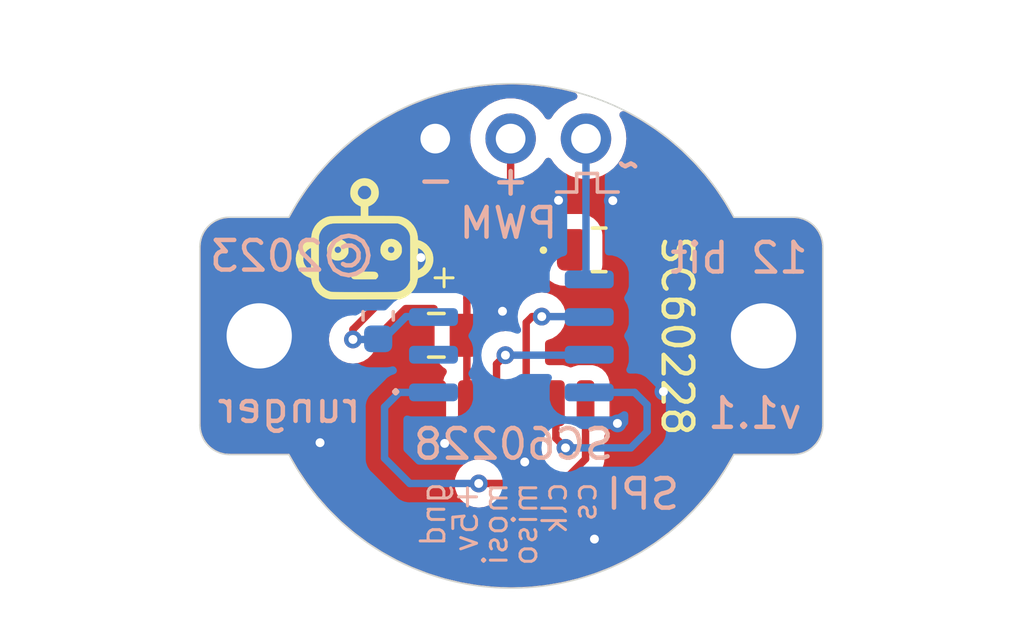
<source format=kicad_pcb>
(kicad_pcb (version 20221018) (generator pcbnew)
  (layers (0 "F.Cu" signal) (31 "B.Cu" signal) (34 "B.Paste" user) (35 "F.Paste" user) (36 "B.SilkS" user "B.Silkscreen") (37 "F.SilkS" user "F.Silkscreen") (38 "B.Mask" user) (39 "F.Mask" user) (44 "Edge.Cuts" user))
  (net 0 "")
  (net 1 "GND")
  (net 2 "VCC")
  (net 3 "/nCS")
  (net 4 "/SCK")
  (net 5 "/MISO")
  (net 6 "/MOSI")
  (net 7 "/PWM")
  (net 8 "Net-(D1-K)")
  (footprint "MountingHole:MountingHole_2.2mm_M2_ISO7380_Pad" (layer "F.Cu") (at 121 75)
    (fp_text reference "H1")
    (fp_text value "MountingHole_Pad")
    (pad "1" thru_hole circle (at 0 0) (size 3.5 3.5) (drill 2.2) (layers "*.Cu" "*.Mask") (net 1 "GND"))
  )
  (footprint "Connector_JST:JST_SH_SM06B-SRSS-TB_1x06-1MP_P1.00mm_Horizontal" (layer "F.Cu") (at 129.5 79.27)
    (fp_text reference "J1")
    (fp_text value "Conn_01x06_MountingPin")
    (pad "1" smd roundrect locked (at -2.5 -2) (size 0.6 1.55) (layers "F.Cu" "F.Paste" "F.Mask") (net 1 "GND"))
    (pad "2" smd roundrect locked (at -1.5 -2) (size 0.6 1.55) (layers "F.Cu" "F.Paste" "F.Mask") (net 2 "VCC"))
    (pad "3" smd roundrect locked (at -0.5 -2) (size 0.6 1.55) (layers "F.Cu" "F.Paste" "F.Mask") (net 6 "/MOSI"))
    (pad "4" smd roundrect locked (at 0.5 -2) (size 0.6 1.55) (layers "F.Cu" "F.Paste" "F.Mask") (net 5 "/MISO"))
    (pad "5" smd roundrect locked (at 1.5 -2) (size 0.6 1.55) (layers "F.Cu" "F.Paste" "F.Mask") (net 4 "/SCK"))
    (pad "6" smd roundrect locked (at 2.5 -2) (size 0.6 1.55) (layers "F.Cu" "F.Paste" "F.Mask") (net 3 "/nCS"))
    (pad "MP" smd roundrect locked (at -3.8 1.875) (size 1.2 1.8) (layers "F.Cu" "F.Paste" "F.Mask") (roundrect_rratio 0.2083333333) (net 1 "GND"))
    (pad "MP" smd roundrect locked (at 3.8 1.875) (size 1.2 1.8) (layers "F.Cu" "F.Paste" "F.Mask") (roundrect_rratio 0.2083333333) (net 1 "GND"))
  )
  (footprint "Resistor_SMD:R_0805_2012Metric" (layer "F.Cu") (at 132.46 72.1)
    (fp_text reference "R1" hide)
    (fp_text value "2k2")
    (fp_line (start -0.227064 -0.735) (end 0.227064 -0.735) (stroke (width 0.12)) (layer "F.SilkS"))
    (fp_line (start -0.227064 0.735) (end 0.227064 0.735) (stroke (width 0.12)) (layer "F.SilkS"))
    (pad "1" smd roundrect (at -0.9125 0) (size 1.025 1.4) (layers "F.Cu" "F.Paste" "F.Mask") (roundrect_rratio 0.243902) (net 8 "Net-(D1-K)"))
    (pad "2" smd roundrect (at 0.9125 0) (size 1.025 1.4) (layers "F.Cu" "F.Paste" "F.Mask") (roundrect_rratio 0.243902) (net 1 "GND"))
  )
  (footprint "LED_SMD:LED_0805_2012Metric" (layer "F.Cu") (at 128.86 72.13 180)
    (fp_text reference "D1" hide)
    (fp_text value "green")
    (pad "1" smd roundrect (at -0.9375 0 180) (size 0.975 1.4) (layers "F.Cu" "F.Paste" "F.Mask") (net 8 "Net-(D1-K)"))
    (pad "2" smd roundrect (at 0.9375 0 180) (size 0.975 1.4) (layers "F.Cu" "F.Paste" "F.Mask") (net 2 "VCC"))
  )
  (footprint "Capacitor_SMD:C_0805_2012Metric" (layer "F.Cu") (at 126.97 74.98)
    (fp_text reference "C1" hide)
    (fp_text value "10uF 10V")
    (fp_line (start -0.261252 -0.735) (end 0.261252 -0.735) (stroke (width 0.12)) (layer "F.SilkS"))
    (fp_line (start -0.261252 0.735) (end 0.261252 0.735) (stroke (width 0.12)) (layer "F.SilkS"))
    (pad "1" smd roundrect (at -0.95 0) (size 1 1.45) (layers "F.Cu" "F.Paste" "F.Mask") (net 1 "GND"))
    (pad "2" smd roundrect (at 0.95 0) (size 1 1.45) (layers "F.Cu" "F.Paste" "F.Mask") (net 2 "VCC"))
  )
  (footprint "MountingHole:MountingHole_2.2mm_M2_ISO7380_Pad" (layer "F.Cu") (at 138 75)
    (fp_text reference "H2")
    (fp_text value "MountingHole_Pad")
    (pad "1" thru_hole circle (at 0 0) (size 3.5 3.5) (drill 2.2) (layers "*.Cu" "*.Mask") (net 1 "GND"))
  )
  (footprint "PCM_kikit:Tab" (layer "F.Cu") (at 140.44 74.97 180)
    (fp_text reference "REF**" hide)
    (fp_text value "Tab")
  )
  (footprint "Connector_PinHeader_2.54mm:PinHeader_1x03_P2.54mm_Vertical" (layer "F.Cu") (at 126.935 68.35 90)
    (fp_text reference "J2")
    (fp_text value "Conn_01x03")
    (pad "1" thru_hole rect (at 0 0 90) (size 1.7 1.7) (drill 1) (layers "*.Cu" "*.Mask") (net 1 "GND"))
    (pad "2" thru_hole oval (at 0 2.54 90) (size 1.7 1.7) (drill 1) (layers "*.Cu" "*.Mask") (net 2 "VCC"))
    (pad "3" thru_hole oval (at 0 5.08 90) (size 1.7 1.7) (drill 1) (layers "*.Cu" "*.Mask") (net 7 "/PWM"))
  )
  (footprint "PCM_kikit:Tab" (layer "F.Cu") (at 118.61 74.97)
    (fp_text reference "REF**" hide)
    (fp_text value "Tab")
  )
  (footprint "runger:Robo_logo2" (layer "F.Cu") (at 124.55 71.73)
    (fp_text reference "L1" hide)
    (fp_text value "Robo_Logo" hide)
    (fp_poly (pts (xy 0.109648 1.108074) (xy 0.181977 1.108995) (xy 0.246828 1.110394) (xy 0.301111 1.112273) (xy 0.34174 1.11463) (xy 0.365625 1.117466) (xy 0.367646 1.117953) (xy 0.411414 1.139753) (xy 0.441917 1.175255) (xy 0.456393 1.220837) (xy 0.4572 1.235368) (xy 0.454299 1.267576) (xy 0.442839 1.293313) (xy 0.42243 1.318409) (xy 0.38766 1.35636) (xy 0.01349 1.358862) (xy -0.086109 1.359423) (xy -0.167411 1.359599) (xy -0.232438 1.359326) (xy -0.283212 1.35854) (xy -0.321753 1.357174) (xy -0.350083 1.355164) (xy -0.370224 1.352446) (xy -0.384195 1.348955) (xy -0.391682 1.34587) (xy -0.427256 1.31781) (xy -0.449564 1.279059) (xy -0.457458 1.23505) (xy -0.449786 1.191222) (xy -0.431147 1.159316) (xy -0.403631 1.135638) (xy -0.3711 1.119007) (xy -0.367647 1.117953) (xy -0.34666 1.115042) (xy -0.308447 1.11261) (xy -0.256096 1.110656) (xy -0.192694 1.109182) (xy -0.121331 1.108186) (xy -0.045094 1.10767) (xy 0.032928 1.107633) (xy 0.109648 1.108074)) (stroke (width 0.01)) (fill solid) (layer "F.SilkS"))
    (fp_poly (pts (xy 0.986438 0.014923) (xy 1.060362 0.044017) (xy 1.127592 0.088719) (xy 1.161498 0.120766) (xy 1.203048 0.170304) (xy 1.230682 0.217184) (xy 1.246804 0.267721) (xy 1.253812 0.328229) (xy 1.254653 0.36576) (xy 1.253911 0.414946) (xy 1.250751 0.450757) (xy 1.243964 0.480101) (xy 1.232341 0.509888) (xy 1.22763 0.520156) (xy 1.185181 0.58825) (xy 1.127574 0.647261) (xy 1.059504 0.692457) (xy 1.054096 0.695163) (xy 0.994477 0.716172) (xy 0.926104 0.727373) (xy 0.857164 0.728111) (xy 0.795845 0.717726) (xy 0.79116 0.716282) (xy 0.717714 0.682449) (xy 0.651949 0.632363) (xy 0.597684 0.569722) (xy 0.558734 0.498223) (xy 0.55447 0.487022) (xy 0.541188 0.427663) (xy 0.538719 0.364108) (xy 0.7874 0.364108) (xy 0.790132 0.400703) (xy 0.800213 0.426279) (xy 0.81224 0.441364) (xy 0.849739 0.468228) (xy 0.893251 0.479195) (xy 0.93707 0.473905) (xy 0.975492 0.451998) (xy 0.975831 0.451693) (xy 1.001822 0.416117) (xy 1.012073 0.374572) (xy 1.007006 0.33252) (xy 0.987043 0.295425) (xy 0.962106 0.273872) (xy 0.915745 0.255793) (xy 0.870018 0.257052) (xy 0.828082 0.277431) (xy 0.82058 0.283646) (xy 0.800035 0.304795) (xy 0.79026 0.325783) (xy 0.787457 0.355817) (xy 0.7874 0.364108) (xy 0.538719 0.364108) (xy 0.53853 0.359264) (xy 0.545973 0.289777) (xy 0.562998 0.227152) (xy 0.572955 0.204665) (xy 0.620513 0.133516) (xy 0.682451 0.076017) (xy 0.756986 0.033504) (xy 0.834304 0.008956) (xy 0.90977 0.002786) (xy 0.986438 0.014923)) (stroke (width 0.01)) (fill solid) (layer "F.SilkS"))
    (fp_poly (pts (xy -0.852964 0.006741) (xy -0.817725 0.011646) (xy -0.784163 0.022321) (xy -0.750304 0.037274) (xy -0.673759 0.083754) (xy -0.612127 0.14399) (xy -0.571847 0.205393) (xy -0.558897 0.231799) (xy -0.55062 0.255572) (xy -0.54599 0.282534) (xy -0.54398 0.318509) (xy -0.54356 0.36576) (xy -0.54392 0.414476) (xy -0.545819 0.448904) (xy -0.550486 0.475073) (xy -0.559149 0.499011) (xy -0.573038 0.526749) (xy -0.578408 0.536712) (xy -0.627833 0.608228) (xy -0.689348 0.664085) (xy -0.761289 0.703224) (xy -0.841998 0.724585) (xy -0.878285 0.728009) (xy -0.922977 0.727777) (xy -0.96726 0.723815) (xy -0.996902 0.718102) (xy -1.071873 0.6867) (xy -1.138466 0.638469) (xy -1.193765 0.576147) (xy -1.234861 0.502475) (xy -1.240146 0.489229) (xy -1.254921 0.428174) (xy -1.257529 0.379922) (xy -1.011775 0.379922) (xy -1.000461 0.419396) (xy -0.976344 0.450614) (xy -0.942976 0.471496) (xy -0.903905 0.479966) (xy -0.862681 0.473947) (xy -0.822855 0.45136) (xy -0.816409 0.445657) (xy -0.792327 0.410916) (xy -0.784475 0.37133) (xy -0.79105 0.331419) (xy -0.810248 0.295701) (xy -0.840265 0.268694) (xy -0.879298 0.254916) (xy -0.892911 0.254037) (xy -0.940383 0.262888) (xy -0.978565 0.287515) (xy -1.003588 0.325192) (xy -1.006738 0.334267) (xy -1.011775 0.379922) (xy -1.257529 0.379922) (xy -1.258686 0.358539) (xy -1.251704 0.288652) (xy -1.234236 0.226841) (xy -1.231721 0.220972) (xy -1.197754 0.164248) (xy -1.14968 0.109757) (xy -1.093386 0.063333) (xy -1.04366 0.034658) (xy -1.004496 0.018692) (xy -0.969085 0.009806) (xy -0.928075 0.006124) (xy -0.89916 0.005634) (xy -0.852964 0.006741)) (stroke (width 0.01)) (fill solid) (layer "F.SilkS"))
    (fp_poly (pts (xy 0.097813 -2.033273) (xy 0.186492 -2.006246) (xy 0.268214 -1.96053) (xy 0.34422 -1.895576) (xy 0.353277 -1.886187) (xy 0.40812 -1.817965) (xy 0.44613 -1.745631) (xy 0.4685 -1.665749) (xy 0.476428 -1.574883) (xy 0.475802 -1.534168) (xy 0.473144 -1.485324) (xy 0.468585 -1.449197) (xy 0.460295 -1.418185) (xy 0.446443 -1.384687) (xy 0.433155 -1.3571) (xy 0.38195 -1.273063) (xy 0.318455 -1.204615) (xy 0.240771 -1.149882) (xy 0.203514 -1.13056) (xy 0.122471 -1.0922) (xy 0.122195 -0.93218) (xy 0.12192 -0.77216) (xy 0.61722 -0.771984) (xy 0.739095 -0.77186) (xy 0.842638 -0.771477) (xy 0.929835 -0.770681) (xy 1.002672 -0.769317) (xy 1.063137 -0.767231) (xy 1.113215 -0.764267) (xy 1.154894 -0.760272) (xy 1.19016 -0.755089) (xy 1.221001 -0.748566) (xy 1.249402 -0.740546) (xy 1.277351 -0.730876) (xy 1.306834 -0.719399) (xy 1.310281 -0.71801) (xy 1.397129 -0.677159) (xy 1.47441 -0.627391) (xy 1.549244 -0.563975) (xy 1.565153 -0.54864) (xy 1.64756 -0.454337) (xy 1.711593 -0.351364) (xy 1.751969 -0.255855) (xy 1.769983 -0.192551) (xy 1.784764 -0.121009) (xy 1.794734 -0.05026) (xy 1.79832 0.009764) (xy 1.799879 0.035382) (xy 1.808524 0.047841) (xy 1.830203 0.05427) (xy 1.83642 0.055422) (xy 1.883138 0.069054) (xy 1.938766 0.093237) (xy 1.997289 0.12473) (xy 2.052698 0.160289) (xy 2.098981 0.196672) (xy 2.100044 0.197632) (xy 2.166196 0.267786) (xy 2.224251 0.349103) (xy 2.269513 0.43461) (xy 2.283777 0.47065) (xy 2.302854 0.544344) (xy 2.313502 0.62867) (xy 2.315313 0.715594) (xy 2.307882 0.797078) (xy 2.301839 0.82804) (xy 2.267383 0.931737) (xy 2.21538 1.028275) (xy 2.148023 1.115306) (xy 2.067506 1.190481) (xy 1.976023 1.251453) (xy 1.875768 1.295873) (xy 1.859849 1.301043) (xy 1.828188 1.312774) (xy 1.805002 1.324939) (xy 1.797128 1.332267) (xy 1.792292 1.348767) (xy 1.786004 1.37906) (xy 1.779571 1.416808) (xy 1.779154 1.419531) (xy 1.752587 1.528373) (xy 1.707662 1.632248) (xy 1.646122 1.729159) (xy 1.569712 1.817109) (xy 1.480174 1.8941) (xy 1.379254 1.958136) (xy 1.268694 2.007217) (xy 1.26492 2.008553) (xy 1.18364 2.03708) (xy 0.0254 2.038938) (xy -0.160295 2.039194) (xy -0.326694 2.039328) (xy -0.474822 2.03933) (xy -0.605704 2.039191) (xy -0.720364 2.0389) (xy -0.819827 2.038449) (xy -0.905117 2.037826) (xy -0.977259 2.037023) (xy -1.037276 2.036031) (xy -1.086194 2.034838) (xy -1.125037 2.033435) (xy -1.15483 2.031814) (xy -1.176596 2.029963) (xy -1.191361 2.027873) (xy -1.1938 2.027374) (xy -1.304486 1.993291) (xy -1.408518 1.942326) (xy -1.503918 1.876537) (xy -1.588705 1.797979) (xy -1.660899 1.708708) (xy -1.718521 1.610779) (xy -1.75959 1.50625) (xy -1.779155 1.419531) (xy -1.78555 1.381502) (xy -1.79189 1.35049) (xy -1.796869 1.332833) (xy -1.797129 1.332267) (xy -1.810012 1.321823) (xy -1.836099 1.309459) (xy -1.85985 1.301043) (xy -1.949042 1.26608) (xy -2.030205 1.217852) (xy -2.108185 1.153335) (xy -2.128746 1.13331) (xy -2.202097 1.048655) (xy -2.25641 0.959996) (xy -2.292558 0.865054) (xy -2.311415 0.76155) (xy -2.313737 0.661106) (xy -2.069701 0.661106) (xy -2.064993 0.741119) (xy -2.064803 0.742151) (xy -2.039303 0.831107) (xy -1.998459 0.908416) (xy -1.952029 0.963925) (xy -1.920202 0.991581) (xy -1.88405 1.017948) (xy -1.848823 1.039695) (xy -1.819771 1.05349) (xy -1.80594 1.056631) (xy -1.804215 1.046846) (xy -1.802626 1.018977) (xy -1.801219 0.975261) (xy -1.80004 0.917932) (xy -1.799134 0.849229) (xy -1.798546 0.771386) (xy -1.798321 0.68664) (xy -1.79832 0.68072) (xy -1.798462 0.595587) (xy -1.798863 0.517207) (xy -1.799493 0.447814) (xy -1.80032 0.389645) (xy -1.800338 0.388824) (xy -1.54274 0.388824) (xy -1.542529 0.535018) (xy -1.542104 0.666108) (xy -1.53924 1.397) (xy -1.515308 1.456336) (xy -1.467107 1.550437) (xy -1.404381 1.631517) (xy -1.328757 1.698202) (xy -1.241861 1.749117) (xy -1.14532 1.782889) (xy -1.12268 1.787936) (xy -1.10573 1.789301) (xy -1.070106 1.790558) (xy -1.017456 1.791708) (xy -0.949427 1.792749) (xy -0.867665 1.793681) (xy -0.773818 1.794502) (xy -0.669531 1.795214) (xy -0.556453 1.795814) (xy -0.436228 1.796302) (xy -0.310505 1.796677) (xy -0.180931 1.79694) (xy -0.049151 1.797088) (xy 0.083187 1.797122) (xy 0.214437 1.797041) (xy 0.342951 1.796844) (xy 0.467084 1.79653) (xy 0.585187 1.796099) (xy 0.695615 1.79555) (xy 0.796721 1.794883) (xy 0.886857 1.794096) (xy 0.964377 1.793189) (xy 1.027635 1.792162) (xy 1.074983 1.791014) (xy 1.104775 1.789744) (xy 1.114014 1.788839) (xy 1.21477 1.759864) (xy 1.305507 1.713636) (xy 1.384854 1.651291) (xy 1.451441 1.573965) (xy 1.503899 1.482793) (xy 1.515307 1.456336) (xy 1.53924 1.397) (xy 1.542068 0.674918) (xy 1.79832 0.674918) (xy 1.79832 1.058009) (xy 1.82118 1.051365) (xy 1.841503 1.042282) (xy 1.871333 1.025356) (xy 1.898977 1.007702) (xy 1.964323 0.952274) (xy 2.014104 0.88628) (xy 2.048092 0.812482) (xy 2.06606 0.733646) (xy 2.06778 0.652533) (xy 2.053025 0.571909) (xy 2.021565 0.494536) (xy 1.973174 0.423177) (xy 1.949301 0.397211) (xy 1.923071 0.374374) (xy 1.890114 0.35027) (xy 1.855868 0.328353) (xy 1.82577 0.312075) (xy 1.80526 0.304887) (xy 1.803737 0.3048) (xy 1.802511 0.314587) (xy 1.801383 0.34246) (xy 1.800383 0.386185) (xy 1.799545 0.443528) (xy 1.7989 0.512253) (xy 1.798481 0.590128) (xy 1.79832 0.674918) (xy 1.542068 0.674918) (xy 1.542103 0.666108) (xy 1.542599 0.497897) (xy 1.54269 0.349966) (xy 1.542376 0.22228) (xy 1.541655 0.114804) (xy 1.540528 0.027501) (xy 1.538994 -0.039662) (xy 1.537053 -0.086723) (xy 1.534705 -0.113716) (xy 1.534153 -0.116872) (xy 1.505381 -0.206853) (xy 1.458852 -0.290619) (xy 1.396771 -0.365731) (xy 1.321347 -0.429749) (xy 1.234787 -0.480235) (xy 1.187567 -0.499805) (xy 1.12268 -0.52324) (xy 0.06096 -0.52619) (xy -0.121935 -0.526594) (xy -0.291295 -0.526757) (xy -0.446409 -0.526683) (xy -0.586564 -0.526377) (xy -0.71105 -0.525842) (xy -0.819155 -0.525084) (xy -0.910166 -0.524108) (xy -0.983372 -0.522917) (xy -1.038061 -0.521516) (xy -1.073521 -0.519909) (xy -1.084301 -0.518973) (xy -1.179842 -0.499897) (xy -1.264409 -0.466246) (xy -1.342058 -0.415999) (xy -1.405094 -0.359298) (xy -1.448956 -0.305335) (xy -1.488414 -0.239423) (xy -1.518989 -0.169931) (xy -1.533737 -0.11888) (xy -1.536183 -0.098098) (xy -1.538233 -0.060901) (xy -1.539893 -0.006788) (xy -1.541168 0.06474) (xy -1.542064 0.154185) (xy -1.542586 0.262046) (xy -1.54274 0.388824) (xy -1.800338 0.388824) (xy -1.80131 0.344937) (xy -1.802432 0.315925) (xy -1.803653 0.304846) (xy -1.803738 0.3048) (xy -1.815097 0.30903) (xy -1.838533 0.319909) (xy -1.858339 0.329722) (xy -1.925864 0.37472) (xy -1.982583 0.433994) (xy -2.026675 0.503907) (xy -2.056322 0.580823) (xy -2.069701 0.661106) (xy -2.313737 0.661106) (xy -2.313989 0.65024) (xy -2.300325 0.536454) (xy -2.269047 0.432407) (xy -2.219626 0.336961) (xy -2.151529 0.248981) (xy -2.104251 0.201827) (xy -2.055759 0.162847) (xy -1.998681 0.125465) (xy -1.938894 0.092906) (xy -1.882278 0.068396) (xy -1.837853 0.055691) (xy -1.801186 0.049076) (xy -1.794474 -0.038236) (xy -1.781416 -0.144723) (xy -1.758995 -0.238269) (xy -1.727587 -0.320816) (xy -1.668331 -0.427322) (xy -1.592792 -0.523024) (xy -1.502942 -0.606046) (xy -1.400753 -0.674511) (xy -1.310282 -0.71801) (xy -1.280506 -0.729696) (xy -1.252485 -0.739559) (xy -1.224232 -0.747754) (xy -1.19376 -0.754436) (xy -1.159082 -0.759759) (xy -1.118211 -0.763878) (xy -1.069161 -0.766948) (xy -1.009945 -0.769124) (xy -0.938576 -0.77056) (xy -0.853068 -0.771412) (xy -0.751434 -0.771833) (xy -0.631687 -0.771978) (xy -0.61722 -0.771984) (xy -0.12192 -0.77216) (xy -0.122472 -1.0922) (xy -0.203515 -1.13056) (xy -0.287715 -1.1801) (xy -0.356929 -1.242569) (xy -0.413057 -1.31984) (xy -0.433156 -1.3571) (xy -0.451754 -1.39651) (xy -0.463563 -1.428344) (xy -0.470417 -1.460207) (xy -0.474144 -1.499698) (xy -0.475803 -1.534168) (xy -0.47547 -1.54385) (xy -0.232207 -1.54385) (xy -0.226704 -1.511201) (xy -0.212015 -1.473437) (xy -0.210775 -1.470716) (xy -0.173627 -1.411857) (xy -0.1245 -1.368254) (xy -0.06612 -1.341137) (xy -0.001214 -1.331737) (xy 0.067493 -1.341287) (xy 0.072558 -1.342752) (xy 0.124102 -1.367849) (xy 0.170263 -1.408459) (xy 0.20593 -1.459777) (xy 0.213119 -1.474894) (xy 0.230063 -1.538334) (xy 0.228163 -1.602024) (xy 0.20856 -1.662537) (xy 0.172395 -1.716447) (xy 0.120809 -1.760327) (xy 0.117368 -1.762492) (xy 0.085246 -1.780217) (xy 0.056158 -1.789549) (xy 0.020627 -1.792969) (xy 0 -1.79324) (xy -0.041527 -1.791671) (xy -0.072343 -1.785309) (xy -0.101926 -1.77167) (xy -0.117369 -1.762492) (xy -0.170455 -1.718251) (xy -0.208183 -1.661915) (xy -0.228624 -1.596556) (xy -0.230486 -1.5825) (xy -0.232207 -1.54385) (xy -0.47547 -1.54385) (xy -0.472336 -1.634808) (xy -0.452825 -1.724048) (xy -0.416505 -1.803885) (xy -0.362609 -1.876319) (xy -0.332953 -1.906526) (xy -0.257649 -1.967521) (xy -0.179661 -2.009557) (xy -0.095663 -2.033983) (xy -0.002332 -2.042152) (xy 0.000938 -2.042161) (xy 0.097813 -2.033273)) (stroke (width 0.01)) (fill solid) (layer "F.SilkS"))
  )
  (footprint "Package_SO:SOP-8_3.9x4.9mm_P1.27mm" (layer "B.Cu") (at 129.5 75)
    (fp_text reference "U1")
    (fp_text value "SC60228")
    (pad "1" smd roundrect (at -2.625 1.905) (size 1.65 0.6) (layers "B.Cu" "B.Paste" "B.Mask") (net 3 "/nCS"))
    (pad "2" smd roundrect (at -2.625 0.635) (size 1.65 0.6) (layers "B.Cu" "B.Paste" "B.Mask"))
    (pad "3" smd roundrect (at -2.625 -0.635) (size 1.65 0.6) (layers "B.Cu" "B.Paste" "B.Mask") (net 2 "VCC"))
    (pad "4" smd roundrect (at -2.625 -1.905) (size 1.65 0.6) (layers "B.Cu" "B.Paste" "B.Mask") (net 1 "GND"))
    (pad "5" smd roundrect (at 2.625 -1.905) (size 1.65 0.6) (layers "B.Cu" "B.Paste" "B.Mask") (net 7 "/PWM"))
    (pad "6" smd roundrect (at 2.625 -0.635) (size 1.65 0.6) (layers "B.Cu" "B.Paste" "B.Mask") (net 5 "/MISO"))
    (pad "7" smd roundrect (at 2.625 0.635) (size 1.65 0.6) (layers "B.Cu" "B.Paste" "B.Mask") (net 6 "/MOSI"))
    (pad "8" smd roundrect (at 2.625 1.905) (size 1.65 0.6) (layers "B.Cu" "B.Paste" "B.Mask") (net 4 "/SCK"))
  )
  (footprint "Capacitor_SMD:C_0603_1608Metric" (layer "B.Cu") (at 125.01 74.325 -90)
    (fp_text reference "C2" hide)
    (fp_text value "100nF 10V")
    (fp_line (start -0.14058 -0.51) (end 0.14058 -0.51) (stroke (width 0.12)) (layer "B.SilkS"))
    (fp_line (start -0.14058 0.51) (end 0.14058 0.51) (stroke (width 0.12)) (layer "B.SilkS"))
    (pad "1" smd roundrect (at -0.775 0 270) (size 0.9 0.95) (layers "B.Cu" "B.Paste" "B.Mask") (net 1 "GND"))
    (pad "2" smd roundrect (at 0.775 0 270) (size 0.9 0.95) (layers "B.Cu" "B.Paste" "B.Mask") (net 2 "VCC"))
  )
  (gr_line (start 131.7 70.15) (end 131.7 69.525) (stroke (width 0.12)) (layer "B.SilkS"))
  (gr_line (start 132.4 69.525) (end 132.4 70.15) (stroke (width 0.12)) (layer "B.SilkS"))
  (gr_line (start 131.025 70.15) (end 131.7 70.15) (stroke (width 0.12)) (layer "B.SilkS"))
  (gr_line (start 132.4 70.15) (end 133.1 70.15) (stroke (width 0.12)) (layer "B.SilkS"))
  (gr_line (start 131.7 69.525) (end 132.4 69.525) (stroke (width 0.12)) (layer "B.SilkS"))
  (gr_circle (center 130.58 72.11) (end 130.647082 72.11) (stroke (width 0.12)) (fill solid) (layer "F.SilkS"))
  (gr_arc (start 140 78) (mid 139.707107 78.707107) (end 139 79) (stroke (width 0.05)) (layer "Edge.Cuts"))
  (gr_arc (start 139 71) (mid 139.707107 71.292893) (end 140 72) (stroke (width 0.05)) (layer "Edge.Cuts"))
  (gr_arc (start 120 79) (mid 119.292893 78.707107) (end 119 78) (stroke (width 0.05)) (layer "Edge.Cuts"))
  (gr_arc (start 119 72) (mid 119.292893 71.292893) (end 120 71) (stroke (width 0.05)) (layer "Edge.Cuts"))
  (gr_line (start 120 79) (end 122 79) (stroke (width 0.05)) (layer "Edge.Cuts"))
  (gr_line (start 119 72) (end 119 78) (stroke (width 0.05)) (layer "Edge.Cuts"))
  (gr_line (start 122.000001 71.000001) (end 120 71) (stroke (width 0.05)) (layer "Edge.Cuts"))
  (gr_line (start 139 79) (end 136.999999 79.000001) (stroke (width 0.05)) (layer "Edge.Cuts"))
  (gr_line (start 140 72) (end 140 78) (stroke (width 0.05)) (layer "Edge.Cuts"))
  (gr_line (start 136.999999 71) (end 139 71) (stroke (width 0.05)) (layer "Edge.Cuts"))
  (gr_arc (start 136.999999 79.000001) (mid 129.499999 83.5) (end 122 78.999999) (stroke (width 0.05)) (layer "Edge.Cuts"))
  (gr_arc (start 122.000001 71.000001) (mid 129.5 66.500001) (end 136.999999 71) (stroke (width 0.05)) (layer "Edge.Cuts"))
  (gr_text "cs" (at 131.96 79.865 90) (layer "B.SilkS") (effects (font (size 0.8 0.8) (thickness 0.1)) (justify left mirror)))
  (gr_text "gnd" (at 126.86 79.865 90) (layer "B.SilkS") (effects (font (size 0.8 0.8) (thickness 0.1)) (justify left mirror)))
  (gr_text "+5v" (at 127.96 79.865 90) (layer "B.SilkS") (effects (font (size 0.8 0.8) (thickness 0.1)) (justify left mirror)))
  (gr_text "clk" (at 130.96 79.865 90) (layer "B.SilkS") (effects (font (size 0.8 0.8) (thickness 0.1)) (justify left mirror)))
  (gr_text "miso" (at 129.96 79.865 90) (layer "B.SilkS") (effects (font (size 0.8 0.8) (thickness 0.1)) (justify left mirror)))
  (gr_text "." (at 125.6 76.475) (layer "B.SilkS") (effects (font (size 1 1))))
  (gr_text "SC60228" (at 129.575 78.65) (layer "B.SilkS") (effects (font (size 1 1)) (justify mirror)))
  (gr_text "mosi" (at 128.96 79.865 90) (layer "B.SilkS") (effects (font (size 0.8 0.8) (thickness 0.1)) (justify left mirror)))
  (gr_text "~" (at 133.41 69.21) (layer "B.SilkS") (effects (font (size 1 1)) (justify mirror)))
  (gr_text "©2023" (at 122.11 72.31) (layer "B.SilkS") (effects (font (size 1 1)) (justify mirror)))
  (gr_text "runger" (at 122.01 77.41) (layer "B.SilkS") (effects (font (size 1 1)) (justify mirror)))
  (gr_text "SPI" (at 133.935 80.335) (layer "B.SilkS") (effects (font (size 1 1)) (justify mirror)))
  (gr_text "v1.1" (at 137.71 77.61) (layer "B.SilkS") (effects (font (size 1 1)) (justify mirror)))
  (gr_text "PWM" (at 129.4 71.2) (layer "B.SilkS") (effects (font (size 1 1)) (justify mirror)))
  (gr_text "12 bit" (at 137.175 72.375) (layer "B.SilkS") (effects (font (size 1 1)) (justify mirror)))
  (gr_text "+" (at 129.475 69.75) (layer "B.SilkS") (effects (font (size 1 1)) (justify mirror)))
  (gr_text "-" (at 126.95 69.725) (layer "B.SilkS") (effects (font (size 1 1)) (justify mirror)))
  (gr_text "+" (at 126.67 73.45) (layer "F.SilkS") (effects (font (size 0.8 0.8) (thickness 0.1)) (justify left bottom)))
  (gr_text "SC60228" (at 135.088 75 -90) (layer "F.SilkS") (effects (font (size 1 1))))
  (segment (start 121 75) (end 121.41 74.59) (width 0.25) (layer "F.Cu") (net 1))
  (via (at 132.3 81.85) (size 0.6) (drill 0.3) (layers "F.Cu" "B.Cu") (net 1))
  (via (at 133.075 77.95) (size 0.6) (drill 0.3) (layers "F.Cu" "B.Cu") (net 1))
  (via (at 129.95 79.25) (size 0.6) (drill 0.3) (layers "F.Cu" "B.Cu") (net 1))
  (via (at 127.25 78.625) (size 0.6) (drill 0.3) (layers "F.Cu" "B.Cu") (net 1))
  (via (at 129.2 74.17) (size 0.6) (drill 0.3) (layers "F.Cu" "B.Cu") (net 1))
  (via (at 123.05 78.6) (size 0.6) (drill 0.3) (layers "F.Cu" "B.Cu") (net 1))
  (via (at 134.625 76.875) (size 0.6) (drill 0.3) (layers "F.Cu" "B.Cu") (net 1))
  (via (at 131.09 70.43) (size 0.6) (drill 0.3) (layers "F.Cu" "B.Cu") (net 1))
  (via (at 132.92 70.44) (size 0.6) (drill 0.3) (layers "F.Cu" "B.Cu") (net 1))
  (via (at 126.45 72.36) (size 0.6) (drill 0.3) (layers "F.Cu" "B.Cu") (net 1))
  (segment (start 129.475 69.985) (end 127.9225 71.5375) (width 0.25) (layer "F.Cu") (net 2))
  (segment (start 128 72.6675) (end 127.9425 72.61) (width 0.25) (layer "F.Cu") (net 2))
  (segment (start 125.62 73.32) (end 128 73.32) (width 0.25) (layer "F.Cu") (net 2))
  (segment (start 124.16 74.78) (end 125.62 73.32) (width 0.25) (layer "F.Cu") (net 2))
  (segment (start 128 77.27) (end 128 73.73) (width 0.25) (layer "F.Cu") (net 2))
  (segment (start 129.475 68.35) (end 129.475 69.985) (width 0.25) (layer "F.Cu") (net 2))
  (segment (start 127.9225 71.5375) (end 127.9225 72.13) (width 0.25) (layer "F.Cu") (net 2))
  (segment (start 128 73.73) (end 128 72.6675) (width 0.25) (layer "F.Cu") (net 2))
  (segment (start 124.16 75.12) (end 124.16 74.78) (width 0.25) (layer "F.Cu") (net 2))
  (via (at 124.16 75.12) (size 0.6) (drill 0.3) (layers "F.Cu" "B.Cu") (net 2))
  (segment (start 125.95 74.35) (end 126.6375 74.35) (width 0.25) (layer "B.Cu") (net 2))
  (segment (start 125.01 75.1) (end 125.2 75.1) (width 0.25) (layer "B.Cu") (net 2))
  (segment (start 126.16 74.365) (end 126.875 74.365) (width 0.25) (layer "B.Cu") (net 2))
  (segment (start 124.99 75.12) (end 124.16 75.12) (width 0.25) (layer "B.Cu") (net 2))
  (segment (start 125.2 75.1) (end 125.95 74.35) (width 0.25) (layer "B.Cu") (net 2))
  (segment (start 132 79.15) (end 132 77.27) (width 0.25) (layer "F.Cu") (net 3))
  (segment (start 131.175 79.975) (end 132 79.15) (width 0.25) (layer "F.Cu") (net 3))
  (segment (start 128.4 79.975) (end 131.175 79.975) (width 0.25) (layer "F.Cu") (net 3))
  (via (at 128.4 79.975) (size 0.6) (drill 0.3) (layers "F.Cu" "B.Cu") (net 3))
  (segment (start 125.72 76.905) (end 126.875 76.905) (width 0.25) (layer "B.Cu") (net 3))
  (segment (start 128.4 79.975) (end 126.075 79.975) (width 0.25) (layer "B.Cu") (net 3))
  (segment (start 125.225 79.125) (end 125.225 77.4) (width 0.25) (layer "B.Cu") (net 3))
  (segment (start 126.075 79.975) (end 125.225 79.125) (width 0.25) (layer "B.Cu") (net 3))
  (segment (start 125.225 77.4) (end 125.72 76.905) (width 0.25) (layer "B.Cu") (net 3))
  (segment (start 131 78.45) (end 131 77.27) (width 0.25) (layer "F.Cu") (net 4))
  (segment (start 131.325 78.775) (end 131 78.45) (width 0.25) (layer "F.Cu") (net 4))
  (via (at 131.325 78.775) (size 0.6) (drill 0.3) (layers "F.Cu" "B.Cu") (net 4))
  (segment (start 134.075 78.225) (end 134.075 77.325) (width 0.25) (layer "B.Cu") (net 4))
  (segment (start 133.525 78.775) (end 134.075 78.225) (width 0.25) (layer "B.Cu") (net 4))
  (segment (start 133.655 76.905) (end 132.125 76.905) (width 0.25) (layer "B.Cu") (net 4))
  (segment (start 134.075 77.325) (end 133.655 76.905) (width 0.25) (layer "B.Cu") (net 4))
  (segment (start 131.325 78.775) (end 133.525 78.775) (width 0.25) (layer "B.Cu") (net 4))
  (segment (start 130.2 74.35) (end 130.525 74.35) (width 0.25) (layer "F.Cu") (net 5))
  (segment (start 130 77.27) (end 130 74.55) (width 0.25) (layer "F.Cu") (net 5))
  (segment (start 130 74.55) (end 130.2 74.35) (width 0.25) (layer "F.Cu") (net 5))
  (via (at 130.525 74.35) (size 0.6) (drill 0.3) (layers "F.Cu" "B.Cu") (net 5))
  (segment (start 130.525 74.35) (end 132.11 74.35) (width 0.25) (layer "B.Cu") (net 5))
  (segment (start 132.11 74.35) (end 132.125 74.365) (width 0.25) (layer "B.Cu") (net 5))
  (segment (start 129.3 75.65) (end 129 75.95) (width 0.25) (layer "F.Cu") (net 6))
  (segment (start 129 75.95) (end 129 77.27) (width 0.25) (layer "F.Cu") (net 6))
  (via (at 129.3 75.65) (size 0.6) (drill 0.3) (layers "F.Cu" "B.Cu") (net 6))
  (segment (start 129.3 75.65) (end 132.11 75.65) (width 0.25) (layer "B.Cu") (net 6))
  (segment (start 132.11 75.65) (end 132.125 75.635) (width 0.25) (layer "B.Cu") (net 6))
  (segment (start 132.125 73.095) (end 132.015 72.985) (width 0.25) (layer "B.Cu") (net 7))
  (segment (start 132.015 72.985) (end 132.015 68.35) (width 0.25) (layer "B.Cu") (net 7))
  (segment (start 129.7975 72.13) (end 129.8275 72.1) (width 0.25) (layer "F.Cu") (net 8))
  (segment (start 129.8275 72.1) (end 131.5475 72.1) (width 0.25) (layer "F.Cu") (net 8))
  (zone (net 1) (net_name "GND") (layer "F.Cu") (connect_pads yes (clearance 0.508)) (min_thickness 0.254) (fill yes (thermal_gap 0.508) (thermal_bridge_width 0.508))
    (polygon (pts (xy 140.02 83.57) (xy 119.02 83.57) (xy 119.02 66.52) (xy 140.02 66.52)))
  )
  (zone (net 1) (net_name "GND") (layer "B.Cu") (connect_pads yes (clearance 0.508)) (min_thickness 0.254) (fill yes (thermal_gap 0.508) (thermal_bridge_width 0.508))
    (polygon (pts (xy 140.02 83.57) (xy 119.02 83.57) (xy 119.02 66.52) (xy 140.02 66.52)))
  )
)
</source>
